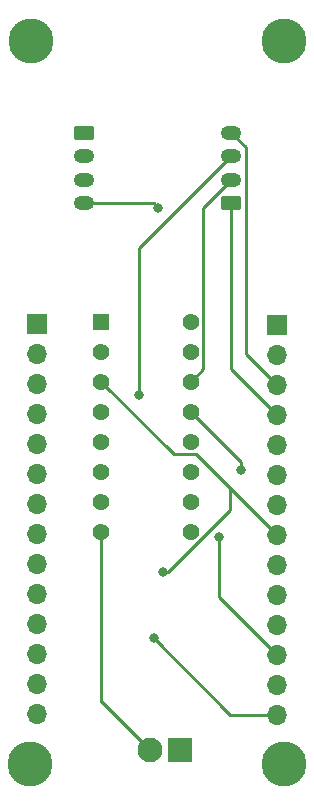
<source format=gbr>
%TF.GenerationSoftware,KiCad,Pcbnew,7.0.2-0*%
%TF.CreationDate,2024-02-15T09:00:13-05:00*%
%TF.ProjectId,Turbidity_v13,54757262-6964-4697-9479-5f7631332e6b,13*%
%TF.SameCoordinates,Original*%
%TF.FileFunction,Copper,L2,Bot*%
%TF.FilePolarity,Positive*%
%FSLAX46Y46*%
G04 Gerber Fmt 4.6, Leading zero omitted, Abs format (unit mm)*
G04 Created by KiCad (PCBNEW 7.0.2-0) date 2024-02-15 09:00:13*
%MOMM*%
%LPD*%
G01*
G04 APERTURE LIST*
G04 Aperture macros list*
%AMRoundRect*
0 Rectangle with rounded corners*
0 $1 Rounding radius*
0 $2 $3 $4 $5 $6 $7 $8 $9 X,Y pos of 4 corners*
0 Add a 4 corners polygon primitive as box body*
4,1,4,$2,$3,$4,$5,$6,$7,$8,$9,$2,$3,0*
0 Add four circle primitives for the rounded corners*
1,1,$1+$1,$2,$3*
1,1,$1+$1,$4,$5*
1,1,$1+$1,$6,$7*
1,1,$1+$1,$8,$9*
0 Add four rect primitives between the rounded corners*
20,1,$1+$1,$2,$3,$4,$5,0*
20,1,$1+$1,$4,$5,$6,$7,0*
20,1,$1+$1,$6,$7,$8,$9,0*
20,1,$1+$1,$8,$9,$2,$3,0*%
G04 Aperture macros list end*
%TA.AperFunction,ComponentPad*%
%ADD10R,2.100000X2.100000*%
%TD*%
%TA.AperFunction,ComponentPad*%
%ADD11C,2.100000*%
%TD*%
%TA.AperFunction,ComponentPad*%
%ADD12C,3.800000*%
%TD*%
%TA.AperFunction,ComponentPad*%
%ADD13R,1.425000X1.425000*%
%TD*%
%TA.AperFunction,ComponentPad*%
%ADD14C,1.425000*%
%TD*%
%TA.AperFunction,ComponentPad*%
%ADD15R,1.700000X1.700000*%
%TD*%
%TA.AperFunction,ComponentPad*%
%ADD16O,1.700000X1.700000*%
%TD*%
%TA.AperFunction,ComponentPad*%
%ADD17RoundRect,0.250000X-0.625000X0.350000X-0.625000X-0.350000X0.625000X-0.350000X0.625000X0.350000X0*%
%TD*%
%TA.AperFunction,ComponentPad*%
%ADD18O,1.750000X1.200000*%
%TD*%
%TA.AperFunction,ComponentPad*%
%ADD19RoundRect,0.250000X0.625000X-0.350000X0.625000X0.350000X-0.625000X0.350000X-0.625000X-0.350000X0*%
%TD*%
%TA.AperFunction,ViaPad*%
%ADD20C,0.800000*%
%TD*%
%TA.AperFunction,Conductor*%
%ADD21C,0.250000*%
%TD*%
G04 APERTURE END LIST*
D10*
%TO.P,J1,1,Pin_1*%
%TO.N,Net-(J1-Pin_1)*%
X151333200Y-120091200D03*
D11*
%TO.P,J1,2,Pin_2*%
%TO.N,/GND*%
X148793200Y-120091200D03*
%TD*%
D12*
%TO.P,REF\u002A\u002A,1*%
%TO.N,N/C*%
X138633200Y-121310400D03*
%TD*%
D13*
%TO.P,IC1,1,1*%
%TO.N,/1(SCL)*%
X144653000Y-83820000D03*
D14*
%TO.P,IC1,2,2*%
%TO.N,unconnected-(IC1-Pad2)*%
X144653000Y-86360000D03*
%TO.P,IC1,3,3*%
%TO.N,/SCL*%
X144653000Y-88900000D03*
%TO.P,IC1,4,4*%
%TO.N,unconnected-(IC1-Pad4)*%
X144653000Y-91440000D03*
%TO.P,IC1,5,5*%
%TO.N,/5(SCL)*%
X144653000Y-93980000D03*
%TO.P,IC1,6,6*%
%TO.N,/GND*%
X144653000Y-96520000D03*
%TO.P,IC1,7,7*%
X144653000Y-99060000D03*
%TO.P,IC1,8,8*%
X144653000Y-101600000D03*
%TO.P,IC1,9,9*%
%TO.N,/D8*%
X152273000Y-101600000D03*
%TO.P,IC1,10,10*%
%TO.N,/D6*%
X152273000Y-99060000D03*
%TO.P,IC1,11,11*%
%TO.N,unconnected-(IC1-Pad11)*%
X152273000Y-96520000D03*
%TO.P,IC1,12,12*%
%TO.N,/12(SDA)*%
X152273000Y-93980000D03*
%TO.P,IC1,13,13*%
%TO.N,/SDA*%
X152273000Y-91440000D03*
%TO.P,IC1,14,14*%
%TO.N,/14(SDA)*%
X152273000Y-88900000D03*
%TO.P,IC1,15,15*%
%TO.N,unconnected-(IC1-Pad15)*%
X152273000Y-86360000D03*
%TO.P,IC1,16,16*%
%TO.N,/3.3V*%
X152273000Y-83820000D03*
%TD*%
D15*
%TO.P,J4,1,Pin_1*%
%TO.N,unconnected-(J4-Pin_1-Pad1)*%
X159512000Y-84074000D03*
D16*
%TO.P,J4,2,Pin_2*%
%TO.N,unconnected-(J4-Pin_2-Pad2)*%
X159512000Y-86614000D03*
%TO.P,J4,3,Pin_3*%
%TO.N,/3.3V*%
X159512000Y-89154000D03*
%TO.P,J4,4,Pin_4*%
%TO.N,/GND*%
X159512000Y-91694000D03*
%TO.P,J4,5,Pin_5*%
%TO.N,unconnected-(J4-Pin_5-Pad5)*%
X159512000Y-94234000D03*
%TO.P,J4,6,Pin_6*%
%TO.N,unconnected-(J4-Pin_6-Pad6)*%
X159512000Y-96774000D03*
%TO.P,J4,7,Pin_7*%
%TO.N,unconnected-(J4-Pin_7-Pad7)*%
X159512000Y-99314000D03*
%TO.P,J4,8,Pin_8*%
%TO.N,/SCL*%
X159512000Y-101854000D03*
%TO.P,J4,9,Pin_9*%
%TO.N,/SDA*%
X159512000Y-104394000D03*
%TO.P,J4,10,Pin_10*%
%TO.N,unconnected-(J4-Pin_10-Pad10)*%
X159512000Y-106934000D03*
%TO.P,J4,11,Pin_11*%
%TO.N,unconnected-(J4-Pin_11-Pad11)*%
X159512000Y-109474000D03*
%TO.P,J4,12,Pin_12*%
%TO.N,/D8*%
X159512000Y-112014000D03*
%TO.P,J4,13,Pin_13*%
%TO.N,unconnected-(J4-Pin_13-Pad13)*%
X159512000Y-114554000D03*
%TO.P,J4,14,Pin_14*%
%TO.N,/D6*%
X159512000Y-117094000D03*
%TD*%
D12*
%TO.P,REF\u002A\u002A,1*%
%TO.N,N/C*%
X160147000Y-60071000D03*
%TD*%
D17*
%TO.P,J3,1,Pin_1*%
%TO.N,/GND*%
X143205200Y-67815200D03*
D18*
%TO.P,J3,2,Pin_2*%
%TO.N,/12(SDA)*%
X143205200Y-69815200D03*
%TO.P,J3,3,Pin_3*%
%TO.N,/1(SCL)*%
X143205200Y-71815200D03*
%TO.P,J3,4,Pin_4*%
%TO.N,/3.3V*%
X143205200Y-73815200D03*
%TD*%
D12*
%TO.P,REF\u002A\u002A,1*%
%TO.N,N/C*%
X138684000Y-60071000D03*
%TD*%
D19*
%TO.P,J2,1,Pin_1*%
%TO.N,/GND*%
X155690400Y-73818000D03*
D18*
%TO.P,J2,2,Pin_2*%
%TO.N,/14(SDA)*%
X155690400Y-71818000D03*
%TO.P,J2,3,Pin_3*%
%TO.N,/5(SCL)*%
X155690400Y-69818000D03*
%TO.P,J2,4,Pin_4*%
%TO.N,/3.3V*%
X155690400Y-67818000D03*
%TD*%
D15*
%TO.P,J5,1,Pin_1*%
%TO.N,unconnected-(J5-Pin_1-Pad1)*%
X139242800Y-84023200D03*
D16*
%TO.P,J5,2,Pin_2*%
%TO.N,unconnected-(J5-Pin_2-Pad2)*%
X139242800Y-86563200D03*
%TO.P,J5,3,Pin_3*%
%TO.N,unconnected-(J5-Pin_3-Pad3)*%
X139242800Y-89103200D03*
%TO.P,J5,4,Pin_4*%
%TO.N,unconnected-(J5-Pin_4-Pad4)*%
X139242800Y-91643200D03*
%TO.P,J5,5,Pin_5*%
%TO.N,unconnected-(J5-Pin_5-Pad5)*%
X139242800Y-94183200D03*
%TO.P,J5,6,Pin_6*%
%TO.N,unconnected-(J5-Pin_6-Pad6)*%
X139242800Y-96723200D03*
%TO.P,J5,7,Pin_7*%
%TO.N,unconnected-(J5-Pin_7-Pad7)*%
X139242800Y-99263200D03*
%TO.P,J5,8,Pin_8*%
%TO.N,unconnected-(J5-Pin_8-Pad8)*%
X139242800Y-101803200D03*
%TO.P,J5,9,Pin_9*%
%TO.N,unconnected-(J5-Pin_9-Pad9)*%
X139242800Y-104343200D03*
%TO.P,J5,10,Pin_10*%
%TO.N,unconnected-(J5-Pin_10-Pad10)*%
X139242800Y-106883200D03*
%TO.P,J5,11,Pin_11*%
%TO.N,unconnected-(J5-Pin_11-Pad11)*%
X139242800Y-109423200D03*
%TO.P,J5,12,Pin_12*%
%TO.N,unconnected-(J5-Pin_12-Pad12)*%
X139242800Y-111963200D03*
%TO.P,J5,13,Pin_13*%
%TO.N,unconnected-(J5-Pin_13-Pad13)*%
X139242800Y-114503200D03*
%TO.P,J5,14,Pin_14*%
%TO.N,unconnected-(J5-Pin_14-Pad14)*%
X139242800Y-117043200D03*
%TD*%
D12*
%TO.P,REF\u002A\u002A,1*%
%TO.N,N/C*%
X160147000Y-121310400D03*
%TD*%
D20*
%TO.N,/3.3V*%
X149504400Y-74218800D03*
%TO.N,/SCL*%
X149860000Y-105003600D03*
%TO.N,/SDA*%
X156514800Y-96418400D03*
%TO.N,/D8*%
X154635200Y-102057200D03*
%TO.N,/D6*%
X149098000Y-110642400D03*
%TO.N,/5(SCL)*%
X147828000Y-90017600D03*
%TD*%
D21*
%TO.N,/GND*%
X148793200Y-120091200D02*
X144698600Y-115996600D01*
X144698600Y-115996600D02*
X144653000Y-115996600D01*
X144653000Y-115996600D02*
X144653000Y-101600000D01*
X155690400Y-73818000D02*
X155690400Y-87872400D01*
X155690400Y-87872400D02*
X159512000Y-91694000D01*
%TO.N,/3.3V*%
X156890400Y-69018000D02*
X156890400Y-86532400D01*
X149100800Y-73815200D02*
X149504400Y-74218800D01*
X155690400Y-67818000D02*
X156890400Y-69018000D01*
X156890400Y-86532400D02*
X159512000Y-89154000D01*
X143205200Y-73815200D02*
X149100800Y-73815200D01*
%TO.N,/SCL*%
X150336647Y-105003600D02*
X155575000Y-99765247D01*
X150799800Y-95046800D02*
X144653000Y-88900000D01*
X152704800Y-95046800D02*
X150799800Y-95046800D01*
X155575000Y-97917000D02*
X152704800Y-95046800D01*
X155575000Y-99765247D02*
X155575000Y-97917000D01*
X159512000Y-101854000D02*
X155575000Y-97917000D01*
X149860000Y-105003600D02*
X150336647Y-105003600D01*
%TO.N,/SDA*%
X156514800Y-95681800D02*
X152273000Y-91440000D01*
X156514800Y-96418400D02*
X156514800Y-95681800D01*
%TO.N,/D8*%
X154635200Y-107137200D02*
X154635200Y-102057200D01*
X159512000Y-112014000D02*
X154635200Y-107137200D01*
%TO.N,/D6*%
X159512000Y-117094000D02*
X155549600Y-117094000D01*
X155549600Y-117094000D02*
X149098000Y-110642400D01*
%TO.N,/5(SCL)*%
X147878800Y-89966800D02*
X147828000Y-90017600D01*
X147878800Y-77629600D02*
X147878800Y-89966800D01*
X155690400Y-69818000D02*
X147878800Y-77629600D01*
%TO.N,/14(SDA)*%
X153310500Y-74197900D02*
X153310500Y-87862500D01*
X155690400Y-71818000D02*
X153310500Y-74197900D01*
X153310500Y-87862500D02*
X152273000Y-88900000D01*
%TD*%
M02*

</source>
